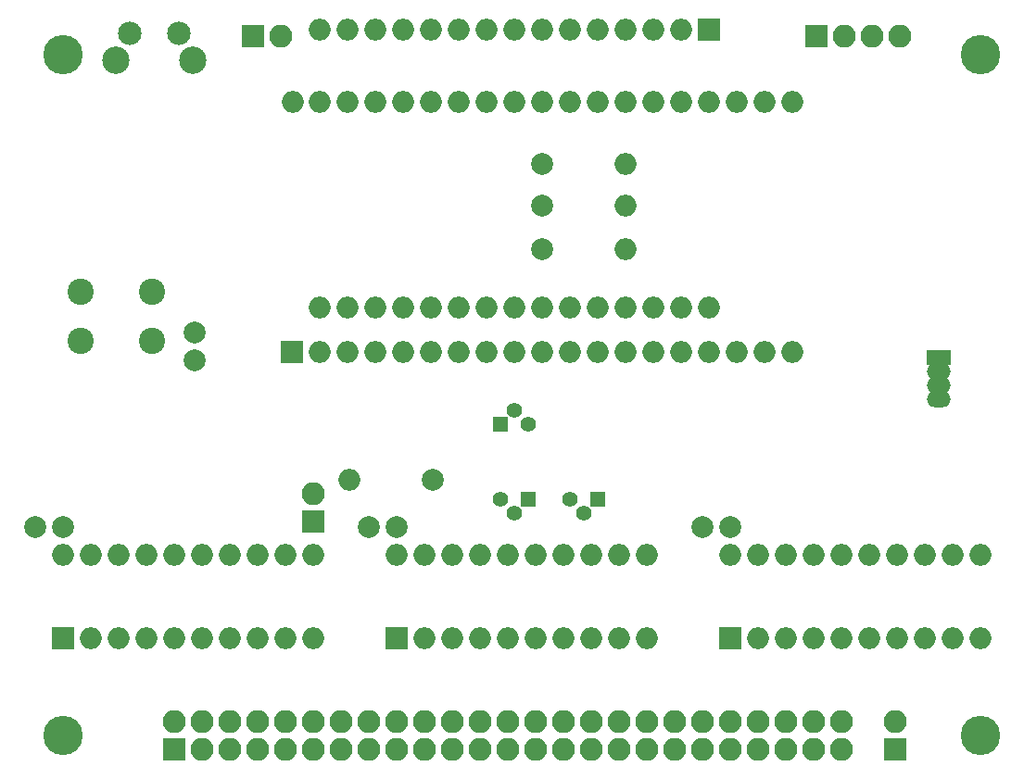
<source format=gbr>
G04 #@! TF.FileFunction,Soldermask,Top*
%FSLAX46Y46*%
G04 Gerber Fmt 4.6, Leading zero omitted, Abs format (unit mm)*
G04 Created by KiCad (PCBNEW 4.0.7) date 12/04/19 23:23:48*
%MOMM*%
%LPD*%
G01*
G04 APERTURE LIST*
%ADD10C,0.100000*%
%ADD11C,2.000000*%
%ADD12R,2.200000X1.470000*%
%ADD13O,2.200000X1.470000*%
%ADD14C,1.400000*%
%ADD15R,1.400000X1.400000*%
%ADD16O,2.000000X2.000000*%
%ADD17C,2.400000*%
%ADD18R,2.000000X2.000000*%
%ADD19R,2.100000X2.100000*%
%ADD20O,2.100000X2.100000*%
%ADD21C,3.600000*%
%ADD22C,2.500000*%
%ADD23C,2.150000*%
G04 APERTURE END LIST*
D10*
D11*
X130810000Y-116840000D03*
X128310000Y-116840000D03*
X161290000Y-116840000D03*
X158790000Y-116840000D03*
X191770000Y-116840000D03*
X189270000Y-116840000D03*
X142875000Y-101600000D03*
X142875000Y-99100000D03*
D12*
X210820000Y-101346000D03*
D13*
X210820000Y-102616000D03*
X210820000Y-103886000D03*
X210820000Y-105156000D03*
D14*
X172085000Y-106172000D03*
X173355000Y-107442000D03*
D15*
X170815000Y-107442000D03*
D14*
X172085000Y-115570000D03*
X170815000Y-114300000D03*
D15*
X173355000Y-114300000D03*
D14*
X178435000Y-115570000D03*
X177165000Y-114300000D03*
D15*
X179705000Y-114300000D03*
D11*
X174625000Y-83693000D03*
D16*
X182245000Y-83693000D03*
D11*
X174625000Y-87503000D03*
D16*
X182245000Y-87503000D03*
D11*
X174625000Y-91440000D03*
D16*
X182245000Y-91440000D03*
D17*
X132461000Y-99877000D03*
X132461000Y-95377000D03*
X138961000Y-99877000D03*
X138961000Y-95377000D03*
D18*
X191770000Y-127000000D03*
D16*
X214630000Y-119380000D03*
X194310000Y-127000000D03*
X212090000Y-119380000D03*
X196850000Y-127000000D03*
X209550000Y-119380000D03*
X199390000Y-127000000D03*
X207010000Y-119380000D03*
X201930000Y-127000000D03*
X204470000Y-119380000D03*
X204470000Y-127000000D03*
X201930000Y-119380000D03*
X207010000Y-127000000D03*
X199390000Y-119380000D03*
X209550000Y-127000000D03*
X196850000Y-119380000D03*
X212090000Y-127000000D03*
X194310000Y-119380000D03*
X214630000Y-127000000D03*
X191770000Y-119380000D03*
D18*
X161290000Y-127000000D03*
D16*
X184150000Y-119380000D03*
X163830000Y-127000000D03*
X181610000Y-119380000D03*
X166370000Y-127000000D03*
X179070000Y-119380000D03*
X168910000Y-127000000D03*
X176530000Y-119380000D03*
X171450000Y-127000000D03*
X173990000Y-119380000D03*
X173990000Y-127000000D03*
X171450000Y-119380000D03*
X176530000Y-127000000D03*
X168910000Y-119380000D03*
X179070000Y-127000000D03*
X166370000Y-119380000D03*
X181610000Y-127000000D03*
X163830000Y-119380000D03*
X184150000Y-127000000D03*
X161290000Y-119380000D03*
D18*
X130810000Y-127000000D03*
D16*
X153670000Y-119380000D03*
X133350000Y-127000000D03*
X151130000Y-119380000D03*
X135890000Y-127000000D03*
X148590000Y-119380000D03*
X138430000Y-127000000D03*
X146050000Y-119380000D03*
X140970000Y-127000000D03*
X143510000Y-119380000D03*
X143510000Y-127000000D03*
X140970000Y-119380000D03*
X146050000Y-127000000D03*
X138430000Y-119380000D03*
X148590000Y-127000000D03*
X135890000Y-119380000D03*
X151130000Y-127000000D03*
X133350000Y-119380000D03*
X153670000Y-127000000D03*
X130810000Y-119380000D03*
D19*
X140970000Y-137160000D03*
D20*
X140970000Y-134620000D03*
X143510000Y-137160000D03*
X143510000Y-134620000D03*
X146050000Y-137160000D03*
X146050000Y-134620000D03*
X148590000Y-137160000D03*
X148590000Y-134620000D03*
X151130000Y-137160000D03*
X151130000Y-134620000D03*
X153670000Y-137160000D03*
X153670000Y-134620000D03*
X156210000Y-137160000D03*
X156210000Y-134620000D03*
X158750000Y-137160000D03*
X158750000Y-134620000D03*
X161290000Y-137160000D03*
X161290000Y-134620000D03*
X163830000Y-137160000D03*
X163830000Y-134620000D03*
X166370000Y-137160000D03*
X166370000Y-134620000D03*
X168910000Y-137160000D03*
X168910000Y-134620000D03*
X171450000Y-137160000D03*
X171450000Y-134620000D03*
X173990000Y-137160000D03*
X173990000Y-134620000D03*
X176530000Y-137160000D03*
X176530000Y-134620000D03*
X179070000Y-137160000D03*
X179070000Y-134620000D03*
X181610000Y-137160000D03*
X181610000Y-134620000D03*
X184150000Y-137160000D03*
X184150000Y-134620000D03*
X186690000Y-137160000D03*
X186690000Y-134620000D03*
X189230000Y-137160000D03*
X189230000Y-134620000D03*
X191770000Y-137160000D03*
X191770000Y-134620000D03*
X194310000Y-137160000D03*
X194310000Y-134620000D03*
X196850000Y-137160000D03*
X196850000Y-134620000D03*
X199390000Y-137160000D03*
X199390000Y-134620000D03*
X201930000Y-137160000D03*
X201930000Y-134620000D03*
D18*
X189865000Y-71374000D03*
D16*
X187325000Y-71374000D03*
X184785000Y-71374000D03*
X182245000Y-71374000D03*
X179705000Y-71374000D03*
X177165000Y-71374000D03*
X154305000Y-96774000D03*
X174625000Y-71374000D03*
X156845000Y-96774000D03*
X172085000Y-71374000D03*
X159385000Y-96774000D03*
X169545000Y-71374000D03*
X161925000Y-96774000D03*
X167005000Y-71374000D03*
X164465000Y-96774000D03*
X164465000Y-71374000D03*
X167005000Y-96774000D03*
X161925000Y-71374000D03*
X169545000Y-96774000D03*
X159385000Y-71374000D03*
X172085000Y-96774000D03*
X156845000Y-71374000D03*
X174625000Y-96774000D03*
X154305000Y-71374000D03*
X177165000Y-96774000D03*
X179705000Y-96774000D03*
X182245000Y-96774000D03*
X184785000Y-96774000D03*
X187325000Y-96774000D03*
X189865000Y-96774000D03*
D18*
X151765000Y-100838000D03*
D16*
X154305000Y-100838000D03*
X197485000Y-77978000D03*
X156845000Y-100838000D03*
X194945000Y-77978000D03*
X159385000Y-100838000D03*
X192405000Y-77978000D03*
X161925000Y-100838000D03*
X189865000Y-77978000D03*
X164465000Y-100838000D03*
X187325000Y-77978000D03*
X167005000Y-100838000D03*
X184785000Y-77978000D03*
X169545000Y-100838000D03*
X182245000Y-77978000D03*
X172085000Y-100838000D03*
X179705000Y-77978000D03*
X174625000Y-100838000D03*
X177165000Y-77978000D03*
X177165000Y-100838000D03*
X174625000Y-77978000D03*
X179705000Y-100838000D03*
X172085000Y-77978000D03*
X182245000Y-100838000D03*
X169545000Y-77978000D03*
X184785000Y-100838000D03*
X167005000Y-77978000D03*
X187325000Y-100838000D03*
X164465000Y-77978000D03*
X189865000Y-100838000D03*
X161925000Y-77978000D03*
X192405000Y-100838000D03*
X159385000Y-77978000D03*
X194945000Y-100838000D03*
X156845000Y-77978000D03*
X197485000Y-100838000D03*
X154305000Y-77978000D03*
X151828500Y-77978000D03*
D19*
X206883000Y-137160000D03*
D20*
X206883000Y-134620000D03*
D19*
X148209000Y-72009000D03*
D20*
X150749000Y-72009000D03*
D19*
X199644000Y-72009000D03*
D20*
X202184000Y-72009000D03*
X204724000Y-72009000D03*
X207264000Y-72009000D03*
D21*
X214630000Y-73660000D03*
X214630000Y-135890000D03*
X130810000Y-135890000D03*
X130810000Y-73660000D03*
D22*
X142666000Y-74245000D03*
D23*
X141406000Y-71755000D03*
X136906000Y-71755000D03*
D22*
X135656000Y-74245000D03*
D19*
X153670000Y-116332000D03*
D20*
X153670000Y-113792000D03*
D11*
X164592000Y-112522000D03*
D16*
X156972000Y-112522000D03*
M02*

</source>
